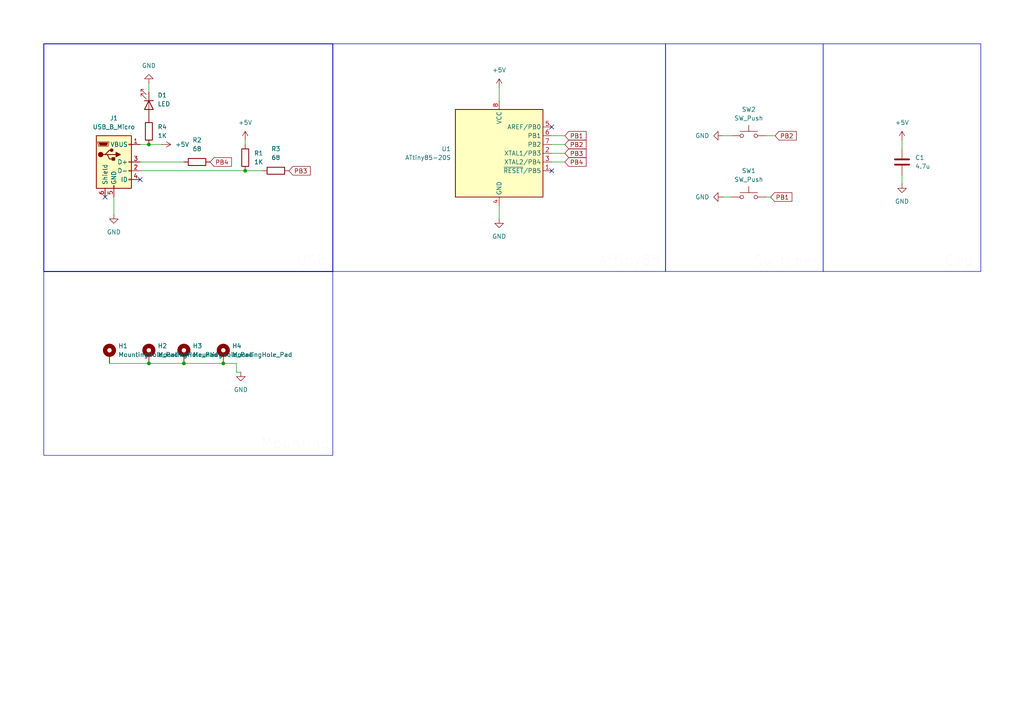
<source format=kicad_sch>
(kicad_sch
	(version 20231120)
	(generator "eeschema")
	(generator_version "8.0")
	(uuid "116ac104-907f-415d-86c1-95f34c7cc59c")
	(paper "A4")
	(title_block
		(title "DuoBoard")
		(date "2025-12-11")
		(company "Jannes W.")
	)
	(lib_symbols
		(symbol "Connector:USB_B_Micro"
			(pin_names
				(offset 1.016)
			)
			(exclude_from_sim no)
			(in_bom yes)
			(on_board yes)
			(property "Reference" "J"
				(at -5.08 11.43 0)
				(effects
					(font
						(size 1.27 1.27)
					)
					(justify left)
				)
			)
			(property "Value" "USB_B_Micro"
				(at -5.08 8.89 0)
				(effects
					(font
						(size 1.27 1.27)
					)
					(justify left)
				)
			)
			(property "Footprint" ""
				(at 3.81 -1.27 0)
				(effects
					(font
						(size 1.27 1.27)
					)
					(hide yes)
				)
			)
			(property "Datasheet" "~"
				(at 3.81 -1.27 0)
				(effects
					(font
						(size 1.27 1.27)
					)
					(hide yes)
				)
			)
			(property "Description" "USB Micro Type B connector"
				(at 0 0 0)
				(effects
					(font
						(size 1.27 1.27)
					)
					(hide yes)
				)
			)
			(property "ki_keywords" "connector USB micro"
				(at 0 0 0)
				(effects
					(font
						(size 1.27 1.27)
					)
					(hide yes)
				)
			)
			(property "ki_fp_filters" "USB*"
				(at 0 0 0)
				(effects
					(font
						(size 1.27 1.27)
					)
					(hide yes)
				)
			)
			(symbol "USB_B_Micro_0_1"
				(rectangle
					(start -5.08 -7.62)
					(end 5.08 7.62)
					(stroke
						(width 0.254)
						(type default)
					)
					(fill
						(type background)
					)
				)
				(circle
					(center -3.81 2.159)
					(radius 0.635)
					(stroke
						(width 0.254)
						(type default)
					)
					(fill
						(type outline)
					)
				)
				(circle
					(center -0.635 3.429)
					(radius 0.381)
					(stroke
						(width 0.254)
						(type default)
					)
					(fill
						(type outline)
					)
				)
				(rectangle
					(start -0.127 -7.62)
					(end 0.127 -6.858)
					(stroke
						(width 0)
						(type default)
					)
					(fill
						(type none)
					)
				)
				(polyline
					(pts
						(xy -1.905 2.159) (xy 0.635 2.159)
					)
					(stroke
						(width 0.254)
						(type default)
					)
					(fill
						(type none)
					)
				)
				(polyline
					(pts
						(xy -3.175 2.159) (xy -2.54 2.159) (xy -1.27 3.429) (xy -0.635 3.429)
					)
					(stroke
						(width 0.254)
						(type default)
					)
					(fill
						(type none)
					)
				)
				(polyline
					(pts
						(xy -2.54 2.159) (xy -1.905 2.159) (xy -1.27 0.889) (xy 0 0.889)
					)
					(stroke
						(width 0.254)
						(type default)
					)
					(fill
						(type none)
					)
				)
				(polyline
					(pts
						(xy 0.635 2.794) (xy 0.635 1.524) (xy 1.905 2.159) (xy 0.635 2.794)
					)
					(stroke
						(width 0.254)
						(type default)
					)
					(fill
						(type outline)
					)
				)
				(polyline
					(pts
						(xy -4.318 5.588) (xy -1.778 5.588) (xy -2.032 4.826) (xy -4.064 4.826) (xy -4.318 5.588)
					)
					(stroke
						(width 0)
						(type default)
					)
					(fill
						(type outline)
					)
				)
				(polyline
					(pts
						(xy -4.699 5.842) (xy -4.699 5.588) (xy -4.445 4.826) (xy -4.445 4.572) (xy -1.651 4.572) (xy -1.651 4.826)
						(xy -1.397 5.588) (xy -1.397 5.842) (xy -4.699 5.842)
					)
					(stroke
						(width 0)
						(type default)
					)
					(fill
						(type none)
					)
				)
				(rectangle
					(start 0.254 1.27)
					(end -0.508 0.508)
					(stroke
						(width 0.254)
						(type default)
					)
					(fill
						(type outline)
					)
				)
				(rectangle
					(start 5.08 -5.207)
					(end 4.318 -4.953)
					(stroke
						(width 0)
						(type default)
					)
					(fill
						(type none)
					)
				)
				(rectangle
					(start 5.08 -2.667)
					(end 4.318 -2.413)
					(stroke
						(width 0)
						(type default)
					)
					(fill
						(type none)
					)
				)
				(rectangle
					(start 5.08 -0.127)
					(end 4.318 0.127)
					(stroke
						(width 0)
						(type default)
					)
					(fill
						(type none)
					)
				)
				(rectangle
					(start 5.08 4.953)
					(end 4.318 5.207)
					(stroke
						(width 0)
						(type default)
					)
					(fill
						(type none)
					)
				)
			)
			(symbol "USB_B_Micro_1_1"
				(pin power_out line
					(at 7.62 5.08 180)
					(length 2.54)
					(name "VBUS"
						(effects
							(font
								(size 1.27 1.27)
							)
						)
					)
					(number "1"
						(effects
							(font
								(size 1.27 1.27)
							)
						)
					)
				)
				(pin bidirectional line
					(at 7.62 -2.54 180)
					(length 2.54)
					(name "D-"
						(effects
							(font
								(size 1.27 1.27)
							)
						)
					)
					(number "2"
						(effects
							(font
								(size 1.27 1.27)
							)
						)
					)
				)
				(pin bidirectional line
					(at 7.62 0 180)
					(length 2.54)
					(name "D+"
						(effects
							(font
								(size 1.27 1.27)
							)
						)
					)
					(number "3"
						(effects
							(font
								(size 1.27 1.27)
							)
						)
					)
				)
				(pin passive line
					(at 7.62 -5.08 180)
					(length 2.54)
					(name "ID"
						(effects
							(font
								(size 1.27 1.27)
							)
						)
					)
					(number "4"
						(effects
							(font
								(size 1.27 1.27)
							)
						)
					)
				)
				(pin power_out line
					(at 0 -10.16 90)
					(length 2.54)
					(name "GND"
						(effects
							(font
								(size 1.27 1.27)
							)
						)
					)
					(number "5"
						(effects
							(font
								(size 1.27 1.27)
							)
						)
					)
				)
				(pin passive line
					(at -2.54 -10.16 90)
					(length 2.54)
					(name "Shield"
						(effects
							(font
								(size 1.27 1.27)
							)
						)
					)
					(number "6"
						(effects
							(font
								(size 1.27 1.27)
							)
						)
					)
				)
			)
		)
		(symbol "Device:C"
			(pin_numbers hide)
			(pin_names
				(offset 0.254)
			)
			(exclude_from_sim no)
			(in_bom yes)
			(on_board yes)
			(property "Reference" "C"
				(at 0.635 2.54 0)
				(effects
					(font
						(size 1.27 1.27)
					)
					(justify left)
				)
			)
			(property "Value" "C"
				(at 0.635 -2.54 0)
				(effects
					(font
						(size 1.27 1.27)
					)
					(justify left)
				)
			)
			(property "Footprint" ""
				(at 0.9652 -3.81 0)
				(effects
					(font
						(size 1.27 1.27)
					)
					(hide yes)
				)
			)
			(property "Datasheet" "~"
				(at 0 0 0)
				(effects
					(font
						(size 1.27 1.27)
					)
					(hide yes)
				)
			)
			(property "Description" "Unpolarized capacitor"
				(at 0 0 0)
				(effects
					(font
						(size 1.27 1.27)
					)
					(hide yes)
				)
			)
			(property "ki_keywords" "cap capacitor"
				(at 0 0 0)
				(effects
					(font
						(size 1.27 1.27)
					)
					(hide yes)
				)
			)
			(property "ki_fp_filters" "C_*"
				(at 0 0 0)
				(effects
					(font
						(size 1.27 1.27)
					)
					(hide yes)
				)
			)
			(symbol "C_0_1"
				(polyline
					(pts
						(xy -2.032 -0.762) (xy 2.032 -0.762)
					)
					(stroke
						(width 0.508)
						(type default)
					)
					(fill
						(type none)
					)
				)
				(polyline
					(pts
						(xy -2.032 0.762) (xy 2.032 0.762)
					)
					(stroke
						(width 0.508)
						(type default)
					)
					(fill
						(type none)
					)
				)
			)
			(symbol "C_1_1"
				(pin passive line
					(at 0 3.81 270)
					(length 2.794)
					(name "~"
						(effects
							(font
								(size 1.27 1.27)
							)
						)
					)
					(number "1"
						(effects
							(font
								(size 1.27 1.27)
							)
						)
					)
				)
				(pin passive line
					(at 0 -3.81 90)
					(length 2.794)
					(name "~"
						(effects
							(font
								(size 1.27 1.27)
							)
						)
					)
					(number "2"
						(effects
							(font
								(size 1.27 1.27)
							)
						)
					)
				)
			)
		)
		(symbol "Device:LED"
			(pin_numbers hide)
			(pin_names
				(offset 1.016) hide)
			(exclude_from_sim no)
			(in_bom yes)
			(on_board yes)
			(property "Reference" "D"
				(at 0 2.54 0)
				(effects
					(font
						(size 1.27 1.27)
					)
				)
			)
			(property "Value" "LED"
				(at 0 -2.54 0)
				(effects
					(font
						(size 1.27 1.27)
					)
				)
			)
			(property "Footprint" ""
				(at 0 0 0)
				(effects
					(font
						(size 1.27 1.27)
					)
					(hide yes)
				)
			)
			(property "Datasheet" "~"
				(at 0 0 0)
				(effects
					(font
						(size 1.27 1.27)
					)
					(hide yes)
				)
			)
			(property "Description" "Light emitting diode"
				(at 0 0 0)
				(effects
					(font
						(size 1.27 1.27)
					)
					(hide yes)
				)
			)
			(property "ki_keywords" "LED diode"
				(at 0 0 0)
				(effects
					(font
						(size 1.27 1.27)
					)
					(hide yes)
				)
			)
			(property "ki_fp_filters" "LED* LED_SMD:* LED_THT:*"
				(at 0 0 0)
				(effects
					(font
						(size 1.27 1.27)
					)
					(hide yes)
				)
			)
			(symbol "LED_0_1"
				(polyline
					(pts
						(xy -1.27 -1.27) (xy -1.27 1.27)
					)
					(stroke
						(width 0.254)
						(type default)
					)
					(fill
						(type none)
					)
				)
				(polyline
					(pts
						(xy -1.27 0) (xy 1.27 0)
					)
					(stroke
						(width 0)
						(type default)
					)
					(fill
						(type none)
					)
				)
				(polyline
					(pts
						(xy 1.27 -1.27) (xy 1.27 1.27) (xy -1.27 0) (xy 1.27 -1.27)
					)
					(stroke
						(width 0.254)
						(type default)
					)
					(fill
						(type none)
					)
				)
				(polyline
					(pts
						(xy -3.048 -0.762) (xy -4.572 -2.286) (xy -3.81 -2.286) (xy -4.572 -2.286) (xy -4.572 -1.524)
					)
					(stroke
						(width 0)
						(type default)
					)
					(fill
						(type none)
					)
				)
				(polyline
					(pts
						(xy -1.778 -0.762) (xy -3.302 -2.286) (xy -2.54 -2.286) (xy -3.302 -2.286) (xy -3.302 -1.524)
					)
					(stroke
						(width 0)
						(type default)
					)
					(fill
						(type none)
					)
				)
			)
			(symbol "LED_1_1"
				(pin passive line
					(at -3.81 0 0)
					(length 2.54)
					(name "K"
						(effects
							(font
								(size 1.27 1.27)
							)
						)
					)
					(number "1"
						(effects
							(font
								(size 1.27 1.27)
							)
						)
					)
				)
				(pin passive line
					(at 3.81 0 180)
					(length 2.54)
					(name "A"
						(effects
							(font
								(size 1.27 1.27)
							)
						)
					)
					(number "2"
						(effects
							(font
								(size 1.27 1.27)
							)
						)
					)
				)
			)
		)
		(symbol "Device:R"
			(pin_numbers hide)
			(pin_names
				(offset 0)
			)
			(exclude_from_sim no)
			(in_bom yes)
			(on_board yes)
			(property "Reference" "R"
				(at 2.032 0 90)
				(effects
					(font
						(size 1.27 1.27)
					)
				)
			)
			(property "Value" "R"
				(at 0 0 90)
				(effects
					(font
						(size 1.27 1.27)
					)
				)
			)
			(property "Footprint" ""
				(at -1.778 0 90)
				(effects
					(font
						(size 1.27 1.27)
					)
					(hide yes)
				)
			)
			(property "Datasheet" "~"
				(at 0 0 0)
				(effects
					(font
						(size 1.27 1.27)
					)
					(hide yes)
				)
			)
			(property "Description" "Resistor"
				(at 0 0 0)
				(effects
					(font
						(size 1.27 1.27)
					)
					(hide yes)
				)
			)
			(property "ki_keywords" "R res resistor"
				(at 0 0 0)
				(effects
					(font
						(size 1.27 1.27)
					)
					(hide yes)
				)
			)
			(property "ki_fp_filters" "R_*"
				(at 0 0 0)
				(effects
					(font
						(size 1.27 1.27)
					)
					(hide yes)
				)
			)
			(symbol "R_0_1"
				(rectangle
					(start -1.016 -2.54)
					(end 1.016 2.54)
					(stroke
						(width 0.254)
						(type default)
					)
					(fill
						(type none)
					)
				)
			)
			(symbol "R_1_1"
				(pin passive line
					(at 0 3.81 270)
					(length 1.27)
					(name "~"
						(effects
							(font
								(size 1.27 1.27)
							)
						)
					)
					(number "1"
						(effects
							(font
								(size 1.27 1.27)
							)
						)
					)
				)
				(pin passive line
					(at 0 -3.81 90)
					(length 1.27)
					(name "~"
						(effects
							(font
								(size 1.27 1.27)
							)
						)
					)
					(number "2"
						(effects
							(font
								(size 1.27 1.27)
							)
						)
					)
				)
			)
		)
		(symbol "MCU_Microchip_ATtiny:ATtiny85-20S"
			(exclude_from_sim no)
			(in_bom yes)
			(on_board yes)
			(property "Reference" "U"
				(at -12.7 13.97 0)
				(effects
					(font
						(size 1.27 1.27)
					)
					(justify left bottom)
				)
			)
			(property "Value" "ATtiny85-20S"
				(at 2.54 -13.97 0)
				(effects
					(font
						(size 1.27 1.27)
					)
					(justify left top)
				)
			)
			(property "Footprint" "Package_SO:SOIC-8W_5.3x5.3mm_P1.27mm"
				(at 0 0 0)
				(effects
					(font
						(size 1.27 1.27)
						(italic yes)
					)
					(hide yes)
				)
			)
			(property "Datasheet" "http://ww1.microchip.com/downloads/en/DeviceDoc/atmel-2586-avr-8-bit-microcontroller-attiny25-attiny45-attiny85_datasheet.pdf"
				(at 0 0 0)
				(effects
					(font
						(size 1.27 1.27)
					)
					(hide yes)
				)
			)
			(property "Description" "20MHz, 8kB Flash, 512B SRAM, 512B EEPROM, debugWIRE, SOIC-8W"
				(at 0 0 0)
				(effects
					(font
						(size 1.27 1.27)
					)
					(hide yes)
				)
			)
			(property "ki_keywords" "AVR 8bit Microcontroller tinyAVR"
				(at 0 0 0)
				(effects
					(font
						(size 1.27 1.27)
					)
					(hide yes)
				)
			)
			(property "ki_fp_filters" "SOIC*5.3x5.3mm*P1.27mm*"
				(at 0 0 0)
				(effects
					(font
						(size 1.27 1.27)
					)
					(hide yes)
				)
			)
			(symbol "ATtiny85-20S_0_1"
				(rectangle
					(start -12.7 -12.7)
					(end 12.7 12.7)
					(stroke
						(width 0.254)
						(type default)
					)
					(fill
						(type background)
					)
				)
			)
			(symbol "ATtiny85-20S_1_1"
				(pin bidirectional line
					(at 15.24 -5.08 180)
					(length 2.54)
					(name "~{RESET}/PB5"
						(effects
							(font
								(size 1.27 1.27)
							)
						)
					)
					(number "1"
						(effects
							(font
								(size 1.27 1.27)
							)
						)
					)
				)
				(pin bidirectional line
					(at 15.24 0 180)
					(length 2.54)
					(name "XTAL1/PB3"
						(effects
							(font
								(size 1.27 1.27)
							)
						)
					)
					(number "2"
						(effects
							(font
								(size 1.27 1.27)
							)
						)
					)
				)
				(pin bidirectional line
					(at 15.24 -2.54 180)
					(length 2.54)
					(name "XTAL2/PB4"
						(effects
							(font
								(size 1.27 1.27)
							)
						)
					)
					(number "3"
						(effects
							(font
								(size 1.27 1.27)
							)
						)
					)
				)
				(pin power_in line
					(at 0 -15.24 90)
					(length 2.54)
					(name "GND"
						(effects
							(font
								(size 1.27 1.27)
							)
						)
					)
					(number "4"
						(effects
							(font
								(size 1.27 1.27)
							)
						)
					)
				)
				(pin bidirectional line
					(at 15.24 7.62 180)
					(length 2.54)
					(name "AREF/PB0"
						(effects
							(font
								(size 1.27 1.27)
							)
						)
					)
					(number "5"
						(effects
							(font
								(size 1.27 1.27)
							)
						)
					)
				)
				(pin bidirectional line
					(at 15.24 5.08 180)
					(length 2.54)
					(name "PB1"
						(effects
							(font
								(size 1.27 1.27)
							)
						)
					)
					(number "6"
						(effects
							(font
								(size 1.27 1.27)
							)
						)
					)
				)
				(pin bidirectional line
					(at 15.24 2.54 180)
					(length 2.54)
					(name "PB2"
						(effects
							(font
								(size 1.27 1.27)
							)
						)
					)
					(number "7"
						(effects
							(font
								(size 1.27 1.27)
							)
						)
					)
				)
				(pin power_in line
					(at 0 15.24 270)
					(length 2.54)
					(name "VCC"
						(effects
							(font
								(size 1.27 1.27)
							)
						)
					)
					(number "8"
						(effects
							(font
								(size 1.27 1.27)
							)
						)
					)
				)
			)
		)
		(symbol "Mechanical:MountingHole_Pad"
			(pin_numbers hide)
			(pin_names
				(offset 1.016) hide)
			(exclude_from_sim yes)
			(in_bom no)
			(on_board yes)
			(property "Reference" "H"
				(at 0 6.35 0)
				(effects
					(font
						(size 1.27 1.27)
					)
				)
			)
			(property "Value" "MountingHole_Pad"
				(at 0 4.445 0)
				(effects
					(font
						(size 1.27 1.27)
					)
				)
			)
			(property "Footprint" ""
				(at 0 0 0)
				(effects
					(font
						(size 1.27 1.27)
					)
					(hide yes)
				)
			)
			(property "Datasheet" "~"
				(at 0 0 0)
				(effects
					(font
						(size 1.27 1.27)
					)
					(hide yes)
				)
			)
			(property "Description" "Mounting Hole with connection"
				(at 0 0 0)
				(effects
					(font
						(size 1.27 1.27)
					)
					(hide yes)
				)
			)
			(property "ki_keywords" "mounting hole"
				(at 0 0 0)
				(effects
					(font
						(size 1.27 1.27)
					)
					(hide yes)
				)
			)
			(property "ki_fp_filters" "MountingHole*Pad*"
				(at 0 0 0)
				(effects
					(font
						(size 1.27 1.27)
					)
					(hide yes)
				)
			)
			(symbol "MountingHole_Pad_0_1"
				(circle
					(center 0 1.27)
					(radius 1.27)
					(stroke
						(width 1.27)
						(type default)
					)
					(fill
						(type none)
					)
				)
			)
			(symbol "MountingHole_Pad_1_1"
				(pin input line
					(at 0 -2.54 90)
					(length 2.54)
					(name "1"
						(effects
							(font
								(size 1.27 1.27)
							)
						)
					)
					(number "1"
						(effects
							(font
								(size 1.27 1.27)
							)
						)
					)
				)
			)
		)
		(symbol "Switch:SW_Push"
			(pin_numbers hide)
			(pin_names
				(offset 1.016) hide)
			(exclude_from_sim no)
			(in_bom yes)
			(on_board yes)
			(property "Reference" "SW"
				(at 1.27 2.54 0)
				(effects
					(font
						(size 1.27 1.27)
					)
					(justify left)
				)
			)
			(property "Value" "SW_Push"
				(at 0 -1.524 0)
				(effects
					(font
						(size 1.27 1.27)
					)
				)
			)
			(property "Footprint" ""
				(at 0 5.08 0)
				(effects
					(font
						(size 1.27 1.27)
					)
					(hide yes)
				)
			)
			(property "Datasheet" "~"
				(at 0 5.08 0)
				(effects
					(font
						(size 1.27 1.27)
					)
					(hide yes)
				)
			)
			(property "Description" "Push button switch, generic, two pins"
				(at 0 0 0)
				(effects
					(font
						(size 1.27 1.27)
					)
					(hide yes)
				)
			)
			(property "ki_keywords" "switch normally-open pushbutton push-button"
				(at 0 0 0)
				(effects
					(font
						(size 1.27 1.27)
					)
					(hide yes)
				)
			)
			(symbol "SW_Push_0_1"
				(circle
					(center -2.032 0)
					(radius 0.508)
					(stroke
						(width 0)
						(type default)
					)
					(fill
						(type none)
					)
				)
				(polyline
					(pts
						(xy 0 1.27) (xy 0 3.048)
					)
					(stroke
						(width 0)
						(type default)
					)
					(fill
						(type none)
					)
				)
				(polyline
					(pts
						(xy 2.54 1.27) (xy -2.54 1.27)
					)
					(stroke
						(width 0)
						(type default)
					)
					(fill
						(type none)
					)
				)
				(circle
					(center 2.032 0)
					(radius 0.508)
					(stroke
						(width 0)
						(type default)
					)
					(fill
						(type none)
					)
				)
				(pin passive line
					(at -5.08 0 0)
					(length 2.54)
					(name "1"
						(effects
							(font
								(size 1.27 1.27)
							)
						)
					)
					(number "1"
						(effects
							(font
								(size 1.27 1.27)
							)
						)
					)
				)
				(pin passive line
					(at 5.08 0 180)
					(length 2.54)
					(name "2"
						(effects
							(font
								(size 1.27 1.27)
							)
						)
					)
					(number "2"
						(effects
							(font
								(size 1.27 1.27)
							)
						)
					)
				)
			)
		)
		(symbol "power:+5V"
			(power)
			(pin_numbers hide)
			(pin_names
				(offset 0) hide)
			(exclude_from_sim no)
			(in_bom yes)
			(on_board yes)
			(property "Reference" "#PWR"
				(at 0 -3.81 0)
				(effects
					(font
						(size 1.27 1.27)
					)
					(hide yes)
				)
			)
			(property "Value" "+5V"
				(at 0 3.556 0)
				(effects
					(font
						(size 1.27 1.27)
					)
				)
			)
			(property "Footprint" ""
				(at 0 0 0)
				(effects
					(font
						(size 1.27 1.27)
					)
					(hide yes)
				)
			)
			(property "Datasheet" ""
				(at 0 0 0)
				(effects
					(font
						(size 1.27 1.27)
					)
					(hide yes)
				)
			)
			(property "Description" "Power symbol creates a global label with name \"+5V\""
				(at 0 0 0)
				(effects
					(font
						(size 1.27 1.27)
					)
					(hide yes)
				)
			)
			(property "ki_keywords" "global power"
				(at 0 0 0)
				(effects
					(font
						(size 1.27 1.27)
					)
					(hide yes)
				)
			)
			(symbol "+5V_0_1"
				(polyline
					(pts
						(xy -0.762 1.27) (xy 0 2.54)
					)
					(stroke
						(width 0)
						(type default)
					)
					(fill
						(type none)
					)
				)
				(polyline
					(pts
						(xy 0 0) (xy 0 2.54)
					)
					(stroke
						(width 0)
						(type default)
					)
					(fill
						(type none)
					)
				)
				(polyline
					(pts
						(xy 0 2.54) (xy 0.762 1.27)
					)
					(stroke
						(width 0)
						(type default)
					)
					(fill
						(type none)
					)
				)
			)
			(symbol "+5V_1_1"
				(pin power_in line
					(at 0 0 90)
					(length 0)
					(name "~"
						(effects
							(font
								(size 1.27 1.27)
							)
						)
					)
					(number "1"
						(effects
							(font
								(size 1.27 1.27)
							)
						)
					)
				)
			)
		)
		(symbol "power:GND"
			(power)
			(pin_numbers hide)
			(pin_names
				(offset 0) hide)
			(exclude_from_sim no)
			(in_bom yes)
			(on_board yes)
			(property "Reference" "#PWR"
				(at 0 -6.35 0)
				(effects
					(font
						(size 1.27 1.27)
					)
					(hide yes)
				)
			)
			(property "Value" "GND"
				(at 0 -3.81 0)
				(effects
					(font
						(size 1.27 1.27)
					)
				)
			)
			(property "Footprint" ""
				(at 0 0 0)
				(effects
					(font
						(size 1.27 1.27)
					)
					(hide yes)
				)
			)
			(property "Datasheet" ""
				(at 0 0 0)
				(effects
					(font
						(size 1.27 1.27)
					)
					(hide yes)
				)
			)
			(property "Description" "Power symbol creates a global label with name \"GND\" , ground"
				(at 0 0 0)
				(effects
					(font
						(size 1.27 1.27)
					)
					(hide yes)
				)
			)
			(property "ki_keywords" "global power"
				(at 0 0 0)
				(effects
					(font
						(size 1.27 1.27)
					)
					(hide yes)
				)
			)
			(symbol "GND_0_1"
				(polyline
					(pts
						(xy 0 0) (xy 0 -1.27) (xy 1.27 -1.27) (xy 0 -2.54) (xy -1.27 -1.27) (xy 0 -1.27)
					)
					(stroke
						(width 0)
						(type default)
					)
					(fill
						(type none)
					)
				)
			)
			(symbol "GND_1_1"
				(pin power_in line
					(at 0 0 270)
					(length 0)
					(name "~"
						(effects
							(font
								(size 1.27 1.27)
							)
						)
					)
					(number "1"
						(effects
							(font
								(size 1.27 1.27)
							)
						)
					)
				)
			)
		)
	)
	(junction
		(at 43.18 105.41)
		(diameter 0)
		(color 0 0 0 0)
		(uuid "1b612bce-080a-4a72-a247-4acc2d3d0e01")
	)
	(junction
		(at 43.18 41.91)
		(diameter 0)
		(color 0 0 0 0)
		(uuid "4d0403f9-d66c-4301-8952-d9367483477d")
	)
	(junction
		(at 53.34 105.41)
		(diameter 0)
		(color 0 0 0 0)
		(uuid "b2012aca-f12e-4189-bc84-0eac1d9efc27")
	)
	(junction
		(at 71.12 49.53)
		(diameter 0)
		(color 0 0 0 0)
		(uuid "beb6f3dc-3e39-47ed-93dd-4b155e11ba06")
	)
	(junction
		(at 64.77 105.41)
		(diameter 0)
		(color 0 0 0 0)
		(uuid "c29c2c68-9aca-4ba0-aaa1-f981a78571ac")
	)
	(no_connect
		(at 30.48 57.15)
		(uuid "13441496-7ffd-4155-885b-1fa802f1ba9e")
	)
	(no_connect
		(at 160.02 49.53)
		(uuid "6456528d-4493-425f-8612-8fdd6cf1e3de")
	)
	(no_connect
		(at 40.64 52.07)
		(uuid "83e56adc-9b24-482a-8696-74fe05d2e430")
	)
	(no_connect
		(at 160.02 36.83)
		(uuid "85c736ea-b6dc-437d-9979-97218280fd82")
	)
	(wire
		(pts
			(xy 144.78 63.5) (xy 144.78 59.69)
		)
		(stroke
			(width 0)
			(type default)
		)
		(uuid "03164885-2ae6-4523-86a8-e7a12adc7aa3")
	)
	(wire
		(pts
			(xy 71.12 49.53) (xy 76.2 49.53)
		)
		(stroke
			(width 0)
			(type default)
		)
		(uuid "03eb1d01-bafa-437b-b386-f84409fcd14c")
	)
	(wire
		(pts
			(xy 163.83 41.91) (xy 160.02 41.91)
		)
		(stroke
			(width 0)
			(type default)
		)
		(uuid "1740be02-45e0-423a-9183-23592077eb53")
	)
	(wire
		(pts
			(xy 209.55 39.37) (xy 212.09 39.37)
		)
		(stroke
			(width 0)
			(type default)
		)
		(uuid "17fdc95a-2ea6-408d-a391-fe58b130b1ed")
	)
	(wire
		(pts
			(xy 163.83 39.37) (xy 160.02 39.37)
		)
		(stroke
			(width 0)
			(type default)
		)
		(uuid "2c89ffaf-ff54-40f5-acca-c1df6cac97b6")
	)
	(wire
		(pts
			(xy 43.18 41.91) (xy 46.99 41.91)
		)
		(stroke
			(width 0)
			(type default)
		)
		(uuid "5148cd95-1507-4ec3-a83a-d63987684854")
	)
	(wire
		(pts
			(xy 261.62 53.34) (xy 261.62 50.8)
		)
		(stroke
			(width 0)
			(type default)
		)
		(uuid "56148d45-d588-4e2f-afdb-f6ae5d664b6c")
	)
	(wire
		(pts
			(xy 53.34 105.41) (xy 64.77 105.41)
		)
		(stroke
			(width 0)
			(type default)
		)
		(uuid "57bacd20-1e48-4323-af86-0edbca871997")
	)
	(wire
		(pts
			(xy 71.12 40.64) (xy 71.12 41.91)
		)
		(stroke
			(width 0)
			(type default)
		)
		(uuid "5eb325e4-6abe-444b-bb04-0d7ba64b319d")
	)
	(wire
		(pts
			(xy 43.18 105.41) (xy 53.34 105.41)
		)
		(stroke
			(width 0)
			(type default)
		)
		(uuid "64aceb4a-d71f-44e8-b708-75139a488b9d")
	)
	(wire
		(pts
			(xy 33.02 57.15) (xy 33.02 62.23)
		)
		(stroke
			(width 0)
			(type default)
		)
		(uuid "68a22147-8b18-446d-95d7-636e67d2a6a7")
	)
	(wire
		(pts
			(xy 43.18 24.13) (xy 43.18 26.67)
		)
		(stroke
			(width 0)
			(type default)
		)
		(uuid "6e53b384-e86d-49c2-a495-851dd0da2bcd")
	)
	(wire
		(pts
			(xy 209.55 57.15) (xy 212.09 57.15)
		)
		(stroke
			(width 0)
			(type default)
		)
		(uuid "7388f5e8-df4b-4b05-9880-f4269d8b8ee6")
	)
	(wire
		(pts
			(xy 68.58 105.41) (xy 64.77 105.41)
		)
		(stroke
			(width 0)
			(type default)
		)
		(uuid "8c631845-84f6-47bf-b64d-509fc1003953")
	)
	(wire
		(pts
			(xy 144.78 25.4) (xy 144.78 29.21)
		)
		(stroke
			(width 0)
			(type default)
		)
		(uuid "9772fc99-386c-4718-8af0-5d01e5e25bdd")
	)
	(wire
		(pts
			(xy 163.83 46.99) (xy 160.02 46.99)
		)
		(stroke
			(width 0)
			(type default)
		)
		(uuid "988e2f3b-f42b-4047-9a6c-308b671ab79d")
	)
	(wire
		(pts
			(xy 68.58 107.95) (xy 69.85 107.95)
		)
		(stroke
			(width 0)
			(type default)
		)
		(uuid "9edd52fb-3fbb-496c-a548-dfd2cbde5930")
	)
	(wire
		(pts
			(xy 53.34 46.99) (xy 40.64 46.99)
		)
		(stroke
			(width 0)
			(type default)
		)
		(uuid "a6d93489-bf12-4442-9470-311e2be4abb2")
	)
	(wire
		(pts
			(xy 223.52 57.15) (xy 222.25 57.15)
		)
		(stroke
			(width 0)
			(type default)
		)
		(uuid "b1bc5678-99a7-4fa0-9325-b9894cfc3164")
	)
	(wire
		(pts
			(xy 68.58 107.95) (xy 68.58 105.41)
		)
		(stroke
			(width 0)
			(type default)
		)
		(uuid "bbb39533-65c1-4541-9b34-d9b163fb8f68")
	)
	(wire
		(pts
			(xy 31.75 105.41) (xy 43.18 105.41)
		)
		(stroke
			(width 0)
			(type default)
		)
		(uuid "c14eac47-b5e9-4b3a-99b4-27a9db4f9012")
	)
	(wire
		(pts
			(xy 40.64 49.53) (xy 71.12 49.53)
		)
		(stroke
			(width 0)
			(type default)
		)
		(uuid "d304db99-1bb1-43c4-8183-09046ef3d013")
	)
	(wire
		(pts
			(xy 40.64 41.91) (xy 43.18 41.91)
		)
		(stroke
			(width 0)
			(type default)
		)
		(uuid "d33dd390-d53e-4890-bddf-5692ee9afc86")
	)
	(wire
		(pts
			(xy 261.62 40.64) (xy 261.62 43.18)
		)
		(stroke
			(width 0)
			(type default)
		)
		(uuid "e8c7a118-e1c9-4683-afed-b58d5aa91c55")
	)
	(wire
		(pts
			(xy 163.83 44.45) (xy 160.02 44.45)
		)
		(stroke
			(width 0)
			(type default)
		)
		(uuid "f7d3b991-f172-4e35-b8d0-c7354a970851")
	)
	(wire
		(pts
			(xy 224.79 39.37) (xy 222.25 39.37)
		)
		(stroke
			(width 0)
			(type default)
		)
		(uuid "fec765df-c6c8-4350-9e15-1ea4bf5f6a6b")
	)
	(rectangle
		(start 193.04 12.7)
		(end 238.76 78.74)
		(stroke
			(width 0)
			(type default)
		)
		(fill
			(type none)
		)
		(uuid 43a7f8cf-d6fe-4d9f-ad8d-ebfa421460e4)
	)
	(rectangle
		(start 238.76 12.7)
		(end 284.48 78.74)
		(stroke
			(width 0)
			(type default)
		)
		(fill
			(type none)
		)
		(uuid 49ae328d-e0c1-457c-8dfb-e01ae5f35224)
	)
	(rectangle
		(start 96.52 12.7)
		(end 193.04 78.74)
		(stroke
			(width 0)
			(type default)
		)
		(fill
			(type none)
		)
		(uuid 55525603-9f86-45d4-a8ca-f836e56f35ba)
	)
	(rectangle
		(start 12.7 12.7)
		(end 96.52 78.74)
		(stroke
			(width 0.25)
			(type default)
		)
		(fill
			(type none)
		)
		(uuid a6ee4d1a-abb1-4084-b06f-e40387672c05)
	)
	(rectangle
		(start 12.7 78.74)
		(end 96.52 132.08)
		(stroke
			(width 0)
			(type default)
		)
		(fill
			(type none)
		)
		(uuid b2c7beef-9ad9-4a6b-80e4-fe35494a7c01)
	)
	(text "USB"
		(exclude_from_sim no)
		(at 90.424 75.692 0)
		(effects
			(font
				(size 3 3)
				(color 248 245 255 1)
			)
		)
		(uuid "36f1eb67-0c0b-4851-a410-5835a3c55258")
	)
	(text "Attiny85\n"
		(exclude_from_sim no)
		(at 182.626 75.692 0)
		(effects
			(font
				(size 3 3)
				(color 248 245 255 1)
			)
		)
		(uuid "5544c52d-8d91-47c7-a477-66e3f4f69c26")
	)
	(text "Switches\n"
		(exclude_from_sim no)
		(at 228.346 75.946 0)
		(effects
			(font
				(size 3 3)
				(color 248 245 255 1)
			)
		)
		(uuid "6d99344b-c94f-4eb8-894e-72e139b747db")
	)
	(text "Cap\n"
		(exclude_from_sim no)
		(at 278.13 75.692 0)
		(effects
			(font
				(size 3 3)
				(color 248 245 255 1)
			)
		)
		(uuid "a550ca2e-eed5-4950-8186-b7219341facf")
	)
	(text "Mounting \n"
		(exclude_from_sim no)
		(at 86.868 128.778 0)
		(effects
			(font
				(size 3 3)
				(color 248 245 255 1)
			)
		)
		(uuid "fd6cb551-99fa-4a10-83cc-3f40872cc102")
	)
	(global_label "PB2"
		(shape input)
		(at 224.79 39.37 0)
		(fields_autoplaced yes)
		(effects
			(font
				(size 1.27 1.27)
			)
			(justify left)
		)
		(uuid "11808c82-3a4e-49f2-ba34-cbe3acbd16e4")
		(property "Intersheetrefs" "${INTERSHEET_REFS}"
			(at 231.5247 39.37 0)
			(effects
				(font
					(size 1.27 1.27)
				)
				(justify left)
				(hide yes)
			)
		)
	)
	(global_label "PB3"
		(shape input)
		(at 163.83 44.45 0)
		(fields_autoplaced yes)
		(effects
			(font
				(size 1.27 1.27)
			)
			(justify left)
		)
		(uuid "12bb72ab-d338-4d8f-9cc3-e1be5bc60908")
		(property "Intersheetrefs" "${INTERSHEET_REFS}"
			(at 170.5647 44.45 0)
			(effects
				(font
					(size 1.27 1.27)
				)
				(justify left)
				(hide yes)
			)
		)
	)
	(global_label "PB2"
		(shape input)
		(at 163.83 41.91 0)
		(fields_autoplaced yes)
		(effects
			(font
				(size 1.27 1.27)
			)
			(justify left)
		)
		(uuid "5a6defca-483d-465d-8e8e-7d6b5334aca0")
		(property "Intersheetrefs" "${INTERSHEET_REFS}"
			(at 170.5647 41.91 0)
			(effects
				(font
					(size 1.27 1.27)
				)
				(justify left)
				(hide yes)
			)
		)
	)
	(global_label "PB1"
		(shape input)
		(at 223.52 57.15 0)
		(fields_autoplaced yes)
		(effects
			(font
				(size 1.27 1.27)
			)
			(justify left)
		)
		(uuid "6685ccdf-25ad-4850-982d-9bf40636bf95")
		(property "Intersheetrefs" "${INTERSHEET_REFS}"
			(at 230.2547 57.15 0)
			(effects
				(font
					(size 1.27 1.27)
				)
				(justify left)
				(hide yes)
			)
		)
	)
	(global_label "PB4"
		(shape input)
		(at 60.96 46.99 0)
		(fields_autoplaced yes)
		(effects
			(font
				(size 1.27 1.27)
			)
			(justify left)
		)
		(uuid "6a1994eb-dc3a-4e2a-8ea9-978222c614e5")
		(property "Intersheetrefs" "${INTERSHEET_REFS}"
			(at 67.6947 46.99 0)
			(effects
				(font
					(size 1.27 1.27)
				)
				(justify left)
				(hide yes)
			)
		)
	)
	(global_label "PB4"
		(shape input)
		(at 163.83 46.99 0)
		(fields_autoplaced yes)
		(effects
			(font
				(size 1.27 1.27)
			)
			(justify left)
		)
		(uuid "8b5f2b08-9b54-4cd3-9674-8186db2fa5ad")
		(property "Intersheetrefs" "${INTERSHEET_REFS}"
			(at 170.5647 46.99 0)
			(effects
				(font
					(size 1.27 1.27)
				)
				(justify left)
				(hide yes)
			)
		)
	)
	(global_label "PB1"
		(shape input)
		(at 163.83 39.37 0)
		(fields_autoplaced yes)
		(effects
			(font
				(size 1.27 1.27)
			)
			(justify left)
		)
		(uuid "9482533a-15d6-4c1f-af91-99213f076001")
		(property "Intersheetrefs" "${INTERSHEET_REFS}"
			(at 170.5647 39.37 0)
			(effects
				(font
					(size 1.27 1.27)
				)
				(justify left)
				(hide yes)
			)
		)
	)
	(global_label "PB3"
		(shape input)
		(at 83.82 49.53 0)
		(fields_autoplaced yes)
		(effects
			(font
				(size 1.27 1.27)
			)
			(justify left)
		)
		(uuid "cbacec9e-82a2-4099-998a-9c020391817a")
		(property "Intersheetrefs" "${INTERSHEET_REFS}"
			(at 90.5547 49.53 0)
			(effects
				(font
					(size 1.27 1.27)
				)
				(justify left)
				(hide yes)
			)
		)
	)
	(symbol
		(lib_id "power:GND")
		(at 209.55 57.15 270)
		(unit 1)
		(exclude_from_sim no)
		(in_bom yes)
		(on_board yes)
		(dnp no)
		(fields_autoplaced yes)
		(uuid "0517a723-d780-4314-a3b8-2d1e638fc430")
		(property "Reference" "#PWR08"
			(at 203.2 57.15 0)
			(effects
				(font
					(size 1.27 1.27)
				)
				(hide yes)
			)
		)
		(property "Value" "GND"
			(at 205.74 57.1499 90)
			(effects
				(font
					(size 1.27 1.27)
				)
				(justify right)
			)
		)
		(property "Footprint" ""
			(at 209.55 57.15 0)
			(effects
				(font
					(size 1.27 1.27)
				)
				(hide yes)
			)
		)
		(property "Datasheet" ""
			(at 209.55 57.15 0)
			(effects
				(font
					(size 1.27 1.27)
				)
				(hide yes)
			)
		)
		(property "Description" "Power symbol creates a global label with name \"GND\" , ground"
			(at 209.55 57.15 0)
			(effects
				(font
					(size 1.27 1.27)
				)
				(hide yes)
			)
		)
		(pin "1"
			(uuid "e0a86dd2-4275-4622-895f-be68e5eb565b")
		)
		(instances
			(project "DuoBoard"
				(path "/116ac104-907f-415d-86c1-95f34c7cc59c"
					(reference "#PWR08")
					(unit 1)
				)
			)
		)
	)
	(symbol
		(lib_id "Mechanical:MountingHole_Pad")
		(at 64.77 102.87 0)
		(unit 1)
		(exclude_from_sim yes)
		(in_bom no)
		(on_board yes)
		(dnp no)
		(fields_autoplaced yes)
		(uuid "16766718-e92e-47f8-8584-811112112566")
		(property "Reference" "H4"
			(at 67.31 100.3299 0)
			(effects
				(font
					(size 1.27 1.27)
				)
				(justify left)
			)
		)
		(property "Value" "MountingHole_Pad"
			(at 67.31 102.8699 0)
			(effects
				(font
					(size 1.27 1.27)
				)
				(justify left)
			)
		)
		(property "Footprint" "MountingHole:MountingHole_2.2mm_M2_DIN965_Pad"
			(at 64.77 102.87 0)
			(effects
				(font
					(size 1.27 1.27)
				)
				(hide yes)
			)
		)
		(property "Datasheet" "~"
			(at 64.77 102.87 0)
			(effects
				(font
					(size 1.27 1.27)
				)
				(hide yes)
			)
		)
		(property "Description" "Mounting Hole with connection"
			(at 64.77 102.87 0)
			(effects
				(font
					(size 1.27 1.27)
				)
				(hide yes)
			)
		)
		(pin "1"
			(uuid "7dca2e51-a723-425c-b4af-28067bb1c37b")
		)
		(instances
			(project ""
				(path "/116ac104-907f-415d-86c1-95f34c7cc59c"
					(reference "H4")
					(unit 1)
				)
			)
		)
	)
	(symbol
		(lib_id "power:GND")
		(at 33.02 62.23 0)
		(unit 1)
		(exclude_from_sim no)
		(in_bom yes)
		(on_board yes)
		(dnp no)
		(fields_autoplaced yes)
		(uuid "1891992a-9e0b-447f-ae6e-1be515a8aab9")
		(property "Reference" "#PWR02"
			(at 33.02 68.58 0)
			(effects
				(font
					(size 1.27 1.27)
				)
				(hide yes)
			)
		)
		(property "Value" "GND"
			(at 33.02 67.31 0)
			(effects
				(font
					(size 1.27 1.27)
				)
			)
		)
		(property "Footprint" ""
			(at 33.02 62.23 0)
			(effects
				(font
					(size 1.27 1.27)
				)
				(hide yes)
			)
		)
		(property "Datasheet" ""
			(at 33.02 62.23 0)
			(effects
				(font
					(size 1.27 1.27)
				)
				(hide yes)
			)
		)
		(property "Description" "Power symbol creates a global label with name \"GND\" , ground"
			(at 33.02 62.23 0)
			(effects
				(font
					(size 1.27 1.27)
				)
				(hide yes)
			)
		)
		(pin "1"
			(uuid "83497df8-e3d5-43fc-ba79-a575fdb846c8")
		)
		(instances
			(project ""
				(path "/116ac104-907f-415d-86c1-95f34c7cc59c"
					(reference "#PWR02")
					(unit 1)
				)
			)
		)
	)
	(symbol
		(lib_id "power:GND")
		(at 209.55 39.37 270)
		(unit 1)
		(exclude_from_sim no)
		(in_bom yes)
		(on_board yes)
		(dnp no)
		(fields_autoplaced yes)
		(uuid "19c832cd-f18f-434e-8101-389d1c5464c5")
		(property "Reference" "#PWR07"
			(at 203.2 39.37 0)
			(effects
				(font
					(size 1.27 1.27)
				)
				(hide yes)
			)
		)
		(property "Value" "GND"
			(at 205.74 39.3699 90)
			(effects
				(font
					(size 1.27 1.27)
				)
				(justify right)
			)
		)
		(property "Footprint" ""
			(at 209.55 39.37 0)
			(effects
				(font
					(size 1.27 1.27)
				)
				(hide yes)
			)
		)
		(property "Datasheet" ""
			(at 209.55 39.37 0)
			(effects
				(font
					(size 1.27 1.27)
				)
				(hide yes)
			)
		)
		(property "Description" "Power symbol creates a global label with name \"GND\" , ground"
			(at 209.55 39.37 0)
			(effects
				(font
					(size 1.27 1.27)
				)
				(hide yes)
			)
		)
		(pin "1"
			(uuid "6d9c1f9e-339c-4879-899b-43d9ba84418c")
		)
		(instances
			(project ""
				(path "/116ac104-907f-415d-86c1-95f34c7cc59c"
					(reference "#PWR07")
					(unit 1)
				)
			)
		)
	)
	(symbol
		(lib_id "Device:R")
		(at 57.15 46.99 90)
		(unit 1)
		(exclude_from_sim no)
		(in_bom yes)
		(on_board yes)
		(dnp no)
		(uuid "207e39eb-e81a-4a62-9b07-a1c20c287ed1")
		(property "Reference" "R2"
			(at 57.15 40.64 90)
			(effects
				(font
					(size 1.27 1.27)
				)
			)
		)
		(property "Value" "68"
			(at 57.15 43.18 90)
			(effects
				(font
					(size 1.27 1.27)
				)
			)
		)
		(property "Footprint" "Resistor_SMD:R_0201_0603Metric_Pad0.64x0.40mm_HandSolder"
			(at 57.15 48.768 90)
			(effects
				(font
					(size 1.27 1.27)
				)
				(hide yes)
			)
		)
		(property "Datasheet" "~"
			(at 57.15 46.99 0)
			(effects
				(font
					(size 1.27 1.27)
				)
				(hide yes)
			)
		)
		(property "Description" "Resistor"
			(at 57.15 46.99 0)
			(effects
				(font
					(size 1.27 1.27)
				)
				(hide yes)
			)
		)
		(pin "1"
			(uuid "64c9ed9b-8dcf-4f07-ad9d-9dcabf197d57")
		)
		(pin "2"
			(uuid "c372d115-260b-41ce-a3dc-f39b54b68526")
		)
		(instances
			(project "DuoBoard"
				(path "/116ac104-907f-415d-86c1-95f34c7cc59c"
					(reference "R2")
					(unit 1)
				)
			)
		)
	)
	(symbol
		(lib_id "Mechanical:MountingHole_Pad")
		(at 43.18 102.87 0)
		(unit 1)
		(exclude_from_sim yes)
		(in_bom no)
		(on_board yes)
		(dnp no)
		(fields_autoplaced yes)
		(uuid "215cb3ab-f731-469c-ad7d-179d1acbc9ec")
		(property "Reference" "H2"
			(at 45.72 100.3299 0)
			(effects
				(font
					(size 1.27 1.27)
				)
				(justify left)
			)
		)
		(property "Value" "MountingHole_Pad"
			(at 45.72 102.8699 0)
			(effects
				(font
					(size 1.27 1.27)
				)
				(justify left)
			)
		)
		(property "Footprint" "MountingHole:MountingHole_2.2mm_M2_DIN965_Pad"
			(at 43.18 102.87 0)
			(effects
				(font
					(size 1.27 1.27)
				)
				(hide yes)
			)
		)
		(property "Datasheet" "~"
			(at 43.18 102.87 0)
			(effects
				(font
					(size 1.27 1.27)
				)
				(hide yes)
			)
		)
		(property "Description" "Mounting Hole with connection"
			(at 43.18 102.87 0)
			(effects
				(font
					(size 1.27 1.27)
				)
				(hide yes)
			)
		)
		(pin "1"
			(uuid "041c19b0-b1f4-426e-b20d-d7a91ced31a0")
		)
		(instances
			(project "DuoBoard"
				(path "/116ac104-907f-415d-86c1-95f34c7cc59c"
					(reference "H2")
					(unit 1)
				)
			)
		)
	)
	(symbol
		(lib_id "power:GND")
		(at 69.85 107.95 0)
		(unit 1)
		(exclude_from_sim no)
		(in_bom yes)
		(on_board yes)
		(dnp no)
		(fields_autoplaced yes)
		(uuid "217d2d49-5a65-4768-9781-46f131ff21ae")
		(property "Reference" "#PWR011"
			(at 69.85 114.3 0)
			(effects
				(font
					(size 1.27 1.27)
				)
				(hide yes)
			)
		)
		(property "Value" "GND"
			(at 69.85 113.03 0)
			(effects
				(font
					(size 1.27 1.27)
				)
			)
		)
		(property "Footprint" ""
			(at 69.85 107.95 0)
			(effects
				(font
					(size 1.27 1.27)
				)
				(hide yes)
			)
		)
		(property "Datasheet" ""
			(at 69.85 107.95 0)
			(effects
				(font
					(size 1.27 1.27)
				)
				(hide yes)
			)
		)
		(property "Description" "Power symbol creates a global label with name \"GND\" , ground"
			(at 69.85 107.95 0)
			(effects
				(font
					(size 1.27 1.27)
				)
				(hide yes)
			)
		)
		(pin "1"
			(uuid "80e9011a-a92b-44d3-bf4c-4787f40f5fe6")
		)
		(instances
			(project ""
				(path "/116ac104-907f-415d-86c1-95f34c7cc59c"
					(reference "#PWR011")
					(unit 1)
				)
			)
		)
	)
	(symbol
		(lib_id "power:+5V")
		(at 144.78 25.4 0)
		(unit 1)
		(exclude_from_sim no)
		(in_bom yes)
		(on_board yes)
		(dnp no)
		(fields_autoplaced yes)
		(uuid "21c663b1-366b-44f2-baf7-bef188f4ca1a")
		(property "Reference" "#PWR04"
			(at 144.78 29.21 0)
			(effects
				(font
					(size 1.27 1.27)
				)
				(hide yes)
			)
		)
		(property "Value" "+5V"
			(at 144.78 20.32 0)
			(effects
				(font
					(size 1.27 1.27)
				)
			)
		)
		(property "Footprint" ""
			(at 144.78 25.4 0)
			(effects
				(font
					(size 1.27 1.27)
				)
				(hide yes)
			)
		)
		(property "Datasheet" ""
			(at 144.78 25.4 0)
			(effects
				(font
					(size 1.27 1.27)
				)
				(hide yes)
			)
		)
		(property "Description" "Power symbol creates a global label with name \"+5V\""
			(at 144.78 25.4 0)
			(effects
				(font
					(size 1.27 1.27)
				)
				(hide yes)
			)
		)
		(pin "1"
			(uuid "4462d739-90a2-4389-b148-3718d179d52f")
		)
		(instances
			(project ""
				(path "/116ac104-907f-415d-86c1-95f34c7cc59c"
					(reference "#PWR04")
					(unit 1)
				)
			)
		)
	)
	(symbol
		(lib_id "Device:R")
		(at 71.12 45.72 0)
		(unit 1)
		(exclude_from_sim no)
		(in_bom yes)
		(on_board yes)
		(dnp no)
		(fields_autoplaced yes)
		(uuid "2429007d-de93-4495-a1de-f9aabf0fe9bd")
		(property "Reference" "R1"
			(at 73.66 44.4499 0)
			(effects
				(font
					(size 1.27 1.27)
				)
				(justify left)
			)
		)
		(property "Value" "1K"
			(at 73.66 46.9899 0)
			(effects
				(font
					(size 1.27 1.27)
				)
				(justify left)
			)
		)
		(property "Footprint" "Resistor_SMD:R_0201_0603Metric_Pad0.64x0.40mm_HandSolder"
			(at 69.342 45.72 90)
			(effects
				(font
					(size 1.27 1.27)
				)
				(hide yes)
			)
		)
		(property "Datasheet" "~"
			(at 71.12 45.72 0)
			(effects
				(font
					(size 1.27 1.27)
				)
				(hide yes)
			)
		)
		(property "Description" "Resistor"
			(at 71.12 45.72 0)
			(effects
				(font
					(size 1.27 1.27)
				)
				(hide yes)
			)
		)
		(pin "1"
			(uuid "6615b449-1ee8-41fc-8082-82eb2b9e71fd")
		)
		(pin "2"
			(uuid "1f0e7548-8fb7-4462-a5e6-171eb00e1f5b")
		)
		(instances
			(project ""
				(path "/116ac104-907f-415d-86c1-95f34c7cc59c"
					(reference "R1")
					(unit 1)
				)
			)
		)
	)
	(symbol
		(lib_id "power:GND")
		(at 261.62 53.34 0)
		(unit 1)
		(exclude_from_sim no)
		(in_bom yes)
		(on_board yes)
		(dnp no)
		(fields_autoplaced yes)
		(uuid "2d393393-efaa-4e9b-844b-9522125a461a")
		(property "Reference" "#PWR09"
			(at 261.62 59.69 0)
			(effects
				(font
					(size 1.27 1.27)
				)
				(hide yes)
			)
		)
		(property "Value" "GND"
			(at 261.62 58.42 0)
			(effects
				(font
					(size 1.27 1.27)
				)
			)
		)
		(property "Footprint" ""
			(at 261.62 53.34 0)
			(effects
				(font
					(size 1.27 1.27)
				)
				(hide yes)
			)
		)
		(property "Datasheet" ""
			(at 261.62 53.34 0)
			(effects
				(font
					(size 1.27 1.27)
				)
				(hide yes)
			)
		)
		(property "Description" "Power symbol creates a global label with name \"GND\" , ground"
			(at 261.62 53.34 0)
			(effects
				(font
					(size 1.27 1.27)
				)
				(hide yes)
			)
		)
		(pin "1"
			(uuid "ed1fd952-464d-4c39-b1c5-58611421b39e")
		)
		(instances
			(project ""
				(path "/116ac104-907f-415d-86c1-95f34c7cc59c"
					(reference "#PWR09")
					(unit 1)
				)
			)
		)
	)
	(symbol
		(lib_id "power:+5V")
		(at 46.99 41.91 270)
		(unit 1)
		(exclude_from_sim no)
		(in_bom yes)
		(on_board yes)
		(dnp no)
		(fields_autoplaced yes)
		(uuid "408176eb-f1c9-4de0-8a4c-1095ce3b9de9")
		(property "Reference" "#PWR01"
			(at 43.18 41.91 0)
			(effects
				(font
					(size 1.27 1.27)
				)
				(hide yes)
			)
		)
		(property "Value" "+5V"
			(at 50.8 41.9099 90)
			(effects
				(font
					(size 1.27 1.27)
				)
				(justify left)
			)
		)
		(property "Footprint" ""
			(at 46.99 41.91 0)
			(effects
				(font
					(size 1.27 1.27)
				)
				(hide yes)
			)
		)
		(property "Datasheet" ""
			(at 46.99 41.91 0)
			(effects
				(font
					(size 1.27 1.27)
				)
				(hide yes)
			)
		)
		(property "Description" "Power symbol creates a global label with name \"+5V\""
			(at 46.99 41.91 0)
			(effects
				(font
					(size 1.27 1.27)
				)
				(hide yes)
			)
		)
		(pin "1"
			(uuid "56844162-89a0-4e40-8efb-206b7675a302")
		)
		(instances
			(project ""
				(path "/116ac104-907f-415d-86c1-95f34c7cc59c"
					(reference "#PWR01")
					(unit 1)
				)
			)
		)
	)
	(symbol
		(lib_id "Switch:SW_Push")
		(at 217.17 39.37 0)
		(unit 1)
		(exclude_from_sim no)
		(in_bom yes)
		(on_board yes)
		(dnp no)
		(fields_autoplaced yes)
		(uuid "46448a49-da4f-427c-b594-0f884cac037e")
		(property "Reference" "SW2"
			(at 217.17 31.75 0)
			(effects
				(font
					(size 1.27 1.27)
				)
			)
		)
		(property "Value" "SW_Push"
			(at 217.17 34.29 0)
			(effects
				(font
					(size 1.27 1.27)
				)
			)
		)
		(property "Footprint" "Button_Switch_Keyboard:SW_Cherry_MX_1.00u_PCB"
			(at 217.17 34.29 0)
			(effects
				(font
					(size 1.27 1.27)
				)
				(hide yes)
			)
		)
		(property "Datasheet" "~"
			(at 217.17 34.29 0)
			(effects
				(font
					(size 1.27 1.27)
				)
				(hide yes)
			)
		)
		(property "Description" "Push button switch, generic, two pins"
			(at 217.17 39.37 0)
			(effects
				(font
					(size 1.27 1.27)
				)
				(hide yes)
			)
		)
		(pin "2"
			(uuid "620bf0e3-5b52-4d6b-a428-d5442abc077d")
		)
		(pin "1"
			(uuid "a04e8bf1-bcce-49c9-bfc7-38b9d9eb08ba")
		)
		(instances
			(project "DuoBoard"
				(path "/116ac104-907f-415d-86c1-95f34c7cc59c"
					(reference "SW2")
					(unit 1)
				)
			)
		)
	)
	(symbol
		(lib_id "power:GND")
		(at 43.18 24.13 180)
		(unit 1)
		(exclude_from_sim no)
		(in_bom yes)
		(on_board yes)
		(dnp no)
		(fields_autoplaced yes)
		(uuid "46edfae0-19fb-49f1-8668-654d67323af2")
		(property "Reference" "#PWR06"
			(at 43.18 17.78 0)
			(effects
				(font
					(size 1.27 1.27)
				)
				(hide yes)
			)
		)
		(property "Value" "GND"
			(at 43.18 19.05 0)
			(effects
				(font
					(size 1.27 1.27)
				)
			)
		)
		(property "Footprint" ""
			(at 43.18 24.13 0)
			(effects
				(font
					(size 1.27 1.27)
				)
				(hide yes)
			)
		)
		(property "Datasheet" ""
			(at 43.18 24.13 0)
			(effects
				(font
					(size 1.27 1.27)
				)
				(hide yes)
			)
		)
		(property "Description" "Power symbol creates a global label with name \"GND\" , ground"
			(at 43.18 24.13 0)
			(effects
				(font
					(size 1.27 1.27)
				)
				(hide yes)
			)
		)
		(pin "1"
			(uuid "e440be4d-4dca-4a0e-9ac4-25374a3f45b2")
		)
		(instances
			(project ""
				(path "/116ac104-907f-415d-86c1-95f34c7cc59c"
					(reference "#PWR06")
					(unit 1)
				)
			)
		)
	)
	(symbol
		(lib_id "Device:C")
		(at 261.62 46.99 0)
		(unit 1)
		(exclude_from_sim no)
		(in_bom yes)
		(on_board yes)
		(dnp no)
		(fields_autoplaced yes)
		(uuid "5efb5e06-da9c-4434-ab3a-6a8f68f7dd16")
		(property "Reference" "C1"
			(at 265.43 45.7199 0)
			(effects
				(font
					(size 1.27 1.27)
				)
				(justify left)
			)
		)
		(property "Value" "4.7u"
			(at 265.43 48.2599 0)
			(effects
				(font
					(size 1.27 1.27)
				)
				(justify left)
			)
		)
		(property "Footprint" "Capacitor_SMD:C_0201_0603Metric_Pad0.64x0.40mm_HandSolder"
			(at 262.5852 50.8 0)
			(effects
				(font
					(size 1.27 1.27)
				)
				(hide yes)
			)
		)
		(property "Datasheet" "~"
			(at 261.62 46.99 0)
			(effects
				(font
					(size 1.27 1.27)
				)
				(hide yes)
			)
		)
		(property "Description" "Unpolarized capacitor"
			(at 261.62 46.99 0)
			(effects
				(font
					(size 1.27 1.27)
				)
				(hide yes)
			)
		)
		(pin "2"
			(uuid "5b211884-48f0-473c-986d-ad1b5588dbb9")
		)
		(pin "1"
			(uuid "dae90642-b578-4900-ac86-6cc67c3414b3")
		)
		(instances
			(project ""
				(path "/116ac104-907f-415d-86c1-95f34c7cc59c"
					(reference "C1")
					(unit 1)
				)
			)
		)
	)
	(symbol
		(lib_id "Device:R")
		(at 43.18 38.1 0)
		(unit 1)
		(exclude_from_sim no)
		(in_bom yes)
		(on_board yes)
		(dnp no)
		(fields_autoplaced yes)
		(uuid "6bb5a71b-cbaf-4eeb-86b8-8f5d3f0f2c94")
		(property "Reference" "R4"
			(at 45.72 36.8299 0)
			(effects
				(font
					(size 1.27 1.27)
				)
				(justify left)
			)
		)
		(property "Value" "1K"
			(at 45.72 39.3699 0)
			(effects
				(font
					(size 1.27 1.27)
				)
				(justify left)
			)
		)
		(property "Footprint" "Resistor_SMD:R_0201_0603Metric_Pad0.64x0.40mm_HandSolder"
			(at 41.402 38.1 90)
			(effects
				(font
					(size 1.27 1.27)
				)
				(hide yes)
			)
		)
		(property "Datasheet" "~"
			(at 43.18 38.1 0)
			(effects
				(font
					(size 1.27 1.27)
				)
				(hide yes)
			)
		)
		(property "Description" "Resistor"
			(at 43.18 38.1 0)
			(effects
				(font
					(size 1.27 1.27)
				)
				(hide yes)
			)
		)
		(pin "1"
			(uuid "51a5ee54-3bd9-44ab-a430-29505ea4c56e")
		)
		(pin "2"
			(uuid "0a0f805d-2435-4ee5-a70f-316518e1644f")
		)
		(instances
			(project "DuoBoard"
				(path "/116ac104-907f-415d-86c1-95f34c7cc59c"
					(reference "R4")
					(unit 1)
				)
			)
		)
	)
	(symbol
		(lib_id "Mechanical:MountingHole_Pad")
		(at 53.34 102.87 0)
		(unit 1)
		(exclude_from_sim yes)
		(in_bom no)
		(on_board yes)
		(dnp no)
		(fields_autoplaced yes)
		(uuid "6d9a91f1-ff41-4e88-a916-ae3e7387e322")
		(property "Reference" "H3"
			(at 55.88 100.3299 0)
			(effects
				(font
					(size 1.27 1.27)
				)
				(justify left)
			)
		)
		(property "Value" "MountingHole_Pad"
			(at 55.88 102.8699 0)
			(effects
				(font
					(size 1.27 1.27)
				)
				(justify left)
			)
		)
		(property "Footprint" "MountingHole:MountingHole_2.2mm_M2_DIN965_Pad"
			(at 53.34 102.87 0)
			(effects
				(font
					(size 1.27 1.27)
				)
				(hide yes)
			)
		)
		(property "Datasheet" "~"
			(at 53.34 102.87 0)
			(effects
				(font
					(size 1.27 1.27)
				)
				(hide yes)
			)
		)
		(property "Description" "Mounting Hole with connection"
			(at 53.34 102.87 0)
			(effects
				(font
					(size 1.27 1.27)
				)
				(hide yes)
			)
		)
		(pin "1"
			(uuid "53273a25-f0ef-48a4-876b-685773620973")
		)
		(instances
			(project "DuoBoard"
				(path "/116ac104-907f-415d-86c1-95f34c7cc59c"
					(reference "H3")
					(unit 1)
				)
			)
		)
	)
	(symbol
		(lib_id "MCU_Microchip_ATtiny:ATtiny85-20S")
		(at 144.78 44.45 0)
		(unit 1)
		(exclude_from_sim no)
		(in_bom yes)
		(on_board yes)
		(dnp no)
		(fields_autoplaced yes)
		(uuid "799d9189-73f3-4dbc-b674-65ed67f4f680")
		(property "Reference" "U1"
			(at 130.81 43.1799 0)
			(effects
				(font
					(size 1.27 1.27)
				)
				(justify right)
			)
		)
		(property "Value" "ATtiny85-20S"
			(at 130.81 45.7199 0)
			(effects
				(font
					(size 1.27 1.27)
				)
				(justify right)
			)
		)
		(property "Footprint" "Package_SO:SOIC-8W_5.3x5.3mm_P1.27mm"
			(at 144.78 44.45 0)
			(effects
				(font
					(size 1.27 1.27)
					(italic yes)
				)
				(hide yes)
			)
		)
		(property "Datasheet" "http://ww1.microchip.com/downloads/en/DeviceDoc/atmel-2586-avr-8-bit-microcontroller-attiny25-attiny45-attiny85_datasheet.pdf"
			(at 144.78 44.45 0)
			(effects
				(font
					(size 1.27 1.27)
				)
				(hide yes)
			)
		)
		(property "Description" "20MHz, 8kB Flash, 512B SRAM, 512B EEPROM, debugWIRE, SOIC-8W"
			(at 144.78 44.45 0)
			(effects
				(font
					(size 1.27 1.27)
				)
				(hide yes)
			)
		)
		(pin "5"
			(uuid "51db7614-fe93-4ab4-ae11-b20a04fd37ed")
		)
		(pin "8"
			(uuid "646aabd3-eaa6-4369-965b-0b3ecca0abfa")
		)
		(pin "3"
			(uuid "4617e63d-b65f-4705-973e-c3c32cdf90dd")
		)
		(pin "7"
			(uuid "6a8782b6-1f92-41af-b429-be9beb30b549")
		)
		(pin "6"
			(uuid "f9d73d22-b870-46e9-8bb9-fa4d0fd8b6e3")
		)
		(pin "1"
			(uuid "3d6f3b65-b6e2-4fb9-bbdb-d9e8a595c2e3")
		)
		(pin "4"
			(uuid "853c27ef-85f7-4d97-a64b-422f589f5e34")
		)
		(pin "2"
			(uuid "69a2765e-bea4-45e3-89b2-73cca2ff8932")
		)
		(instances
			(project ""
				(path "/116ac104-907f-415d-86c1-95f34c7cc59c"
					(reference "U1")
					(unit 1)
				)
			)
		)
	)
	(symbol
		(lib_id "Mechanical:MountingHole_Pad")
		(at 31.75 102.87 0)
		(unit 1)
		(exclude_from_sim yes)
		(in_bom no)
		(on_board yes)
		(dnp no)
		(fields_autoplaced yes)
		(uuid "85d0e07d-ed2a-498f-b447-f4654e398734")
		(property "Reference" "H1"
			(at 34.29 100.3299 0)
			(effects
				(font
					(size 1.27 1.27)
				)
				(justify left)
			)
		)
		(property "Value" "MountingHole_Pad"
			(at 34.29 102.8699 0)
			(effects
				(font
					(size 1.27 1.27)
				)
				(justify left)
			)
		)
		(property "Footprint" "MountingHole:MountingHole_2.2mm_M2_DIN965_Pad"
			(at 31.75 102.87 0)
			(effects
				(font
					(size 1.27 1.27)
				)
				(hide yes)
			)
		)
		(property "Datasheet" "~"
			(at 31.75 102.87 0)
			(effects
				(font
					(size 1.27 1.27)
				)
				(hide yes)
			)
		)
		(property "Description" "Mounting Hole with connection"
			(at 31.75 102.87 0)
			(effects
				(font
					(size 1.27 1.27)
				)
				(hide yes)
			)
		)
		(pin "1"
			(uuid "14e8ed62-69ce-414a-809d-1259dcd3c121")
		)
		(instances
			(project ""
				(path "/116ac104-907f-415d-86c1-95f34c7cc59c"
					(reference "H1")
					(unit 1)
				)
			)
		)
	)
	(symbol
		(lib_id "power:GND")
		(at 144.78 63.5 0)
		(unit 1)
		(exclude_from_sim no)
		(in_bom yes)
		(on_board yes)
		(dnp no)
		(fields_autoplaced yes)
		(uuid "995268ae-9e53-4b48-af96-f018e27bcf03")
		(property "Reference" "#PWR05"
			(at 144.78 69.85 0)
			(effects
				(font
					(size 1.27 1.27)
				)
				(hide yes)
			)
		)
		(property "Value" "GND"
			(at 144.78 68.58 0)
			(effects
				(font
					(size 1.27 1.27)
				)
			)
		)
		(property "Footprint" ""
			(at 144.78 63.5 0)
			(effects
				(font
					(size 1.27 1.27)
				)
				(hide yes)
			)
		)
		(property "Datasheet" ""
			(at 144.78 63.5 0)
			(effects
				(font
					(size 1.27 1.27)
				)
				(hide yes)
			)
		)
		(property "Description" "Power symbol creates a global label with name \"GND\" , ground"
			(at 144.78 63.5 0)
			(effects
				(font
					(size 1.27 1.27)
				)
				(hide yes)
			)
		)
		(pin "1"
			(uuid "4f022349-867c-45f4-8d36-cb2a1d360635")
		)
		(instances
			(project ""
				(path "/116ac104-907f-415d-86c1-95f34c7cc59c"
					(reference "#PWR05")
					(unit 1)
				)
			)
		)
	)
	(symbol
		(lib_id "Switch:SW_Push")
		(at 217.17 57.15 0)
		(unit 1)
		(exclude_from_sim no)
		(in_bom yes)
		(on_board yes)
		(dnp no)
		(fields_autoplaced yes)
		(uuid "b50172f4-2781-4e42-91fb-565bd9109c09")
		(property "Reference" "SW1"
			(at 217.17 49.53 0)
			(effects
				(font
					(size 1.27 1.27)
				)
			)
		)
		(property "Value" "SW_Push"
			(at 217.17 52.07 0)
			(effects
				(font
					(size 1.27 1.27)
				)
			)
		)
		(property "Footprint" "Button_Switch_Keyboard:SW_Cherry_MX_1.00u_PCB"
			(at 217.17 52.07 0)
			(effects
				(font
					(size 1.27 1.27)
				)
				(hide yes)
			)
		)
		(property "Datasheet" "~"
			(at 217.17 52.07 0)
			(effects
				(font
					(size 1.27 1.27)
				)
				(hide yes)
			)
		)
		(property "Description" "Push button switch, generic, two pins"
			(at 217.17 57.15 0)
			(effects
				(font
					(size 1.27 1.27)
				)
				(hide yes)
			)
		)
		(pin "2"
			(uuid "d2c60bb8-b4a7-457f-86ba-610c53338434")
		)
		(pin "1"
			(uuid "e9380104-689b-465d-b946-419423d387be")
		)
		(instances
			(project ""
				(path "/116ac104-907f-415d-86c1-95f34c7cc59c"
					(reference "SW1")
					(unit 1)
				)
			)
		)
	)
	(symbol
		(lib_id "Device:LED")
		(at 43.18 30.48 270)
		(unit 1)
		(exclude_from_sim no)
		(in_bom yes)
		(on_board yes)
		(dnp no)
		(fields_autoplaced yes)
		(uuid "ba8b077b-1caf-4e6a-b6e5-a532e1b61e58")
		(property "Reference" "D1"
			(at 45.72 27.6224 90)
			(effects
				(font
					(size 1.27 1.27)
				)
				(justify left)
			)
		)
		(property "Value" "LED"
			(at 45.72 30.1624 90)
			(effects
				(font
					(size 1.27 1.27)
				)
				(justify left)
			)
		)
		(property "Footprint" "LED_SMD:LED_0201_0603Metric_Pad0.64x0.40mm_HandSolder"
			(at 43.18 30.48 0)
			(effects
				(font
					(size 1.27 1.27)
				)
				(hide yes)
			)
		)
		(property "Datasheet" "~"
			(at 43.18 30.48 0)
			(effects
				(font
					(size 1.27 1.27)
				)
				(hide yes)
			)
		)
		(property "Description" "Light emitting diode"
			(at 43.18 30.48 0)
			(effects
				(font
					(size 1.27 1.27)
				)
				(hide yes)
			)
		)
		(pin "2"
			(uuid "ff7afa1a-2b68-41b5-aa35-e50b1b531421")
		)
		(pin "1"
			(uuid "dff12366-8d18-46ba-891f-1f17acaa919e")
		)
		(instances
			(project ""
				(path "/116ac104-907f-415d-86c1-95f34c7cc59c"
					(reference "D1")
					(unit 1)
				)
			)
		)
	)
	(symbol
		(lib_id "power:+5V")
		(at 71.12 40.64 0)
		(unit 1)
		(exclude_from_sim no)
		(in_bom yes)
		(on_board yes)
		(dnp no)
		(fields_autoplaced yes)
		(uuid "c3d3718c-cfb4-448b-8759-a21142ba7bde")
		(property "Reference" "#PWR03"
			(at 71.12 44.45 0)
			(effects
				(font
					(size 1.27 1.27)
				)
				(hide yes)
			)
		)
		(property "Value" "+5V"
			(at 71.12 35.56 0)
			(effects
				(font
					(size 1.27 1.27)
				)
			)
		)
		(property "Footprint" ""
			(at 71.12 40.64 0)
			(effects
				(font
					(size 1.27 1.27)
				)
				(hide yes)
			)
		)
		(property "Datasheet" ""
			(at 71.12 40.64 0)
			(effects
				(font
					(size 1.27 1.27)
				)
				(hide yes)
			)
		)
		(property "Description" "Power symbol creates a global label with name \"+5V\""
			(at 71.12 40.64 0)
			(effects
				(font
					(size 1.27 1.27)
				)
				(hide yes)
			)
		)
		(pin "1"
			(uuid "8a185aa3-4bc7-412b-a180-643bec0c16a4")
		)
		(instances
			(project ""
				(path "/116ac104-907f-415d-86c1-95f34c7cc59c"
					(reference "#PWR03")
					(unit 1)
				)
			)
		)
	)
	(symbol
		(lib_id "Connector:USB_B_Micro")
		(at 33.02 46.99 0)
		(unit 1)
		(exclude_from_sim no)
		(in_bom yes)
		(on_board yes)
		(dnp no)
		(fields_autoplaced yes)
		(uuid "dae5b229-88ac-4599-a800-8b94b4e69994")
		(property "Reference" "J1"
			(at 33.02 34.29 0)
			(effects
				(font
					(size 1.27 1.27)
				)
			)
		)
		(property "Value" "USB_B_Micro"
			(at 33.02 36.83 0)
			(effects
				(font
					(size 1.27 1.27)
				)
			)
		)
		(property "Footprint" "Connector_USB:USB_Micro-B_Molex-105017-0001"
			(at 36.83 48.26 0)
			(effects
				(font
					(size 1.27 1.27)
				)
				(hide yes)
			)
		)
		(property "Datasheet" "~"
			(at 36.83 48.26 0)
			(effects
				(font
					(size 1.27 1.27)
				)
				(hide yes)
			)
		)
		(property "Description" "USB Micro Type B connector"
			(at 33.02 46.99 0)
			(effects
				(font
					(size 1.27 1.27)
				)
				(hide yes)
			)
		)
		(pin "1"
			(uuid "49ae8af9-d6c4-4598-9eef-1bb34c2b3320")
		)
		(pin "4"
			(uuid "04cb077b-8d98-453f-9dd9-3ea6760133b7")
		)
		(pin "6"
			(uuid "8674c755-f7df-4bd1-831b-ba4c02116dea")
		)
		(pin "5"
			(uuid "7e944d10-2003-4ebc-ab9b-78ae6b55b2d3")
		)
		(pin "2"
			(uuid "11d563c3-5b00-49fe-a137-7fc39d5b9744")
		)
		(pin "3"
			(uuid "a1504fd1-993a-4814-aac2-27aca7c0c3df")
		)
		(instances
			(project ""
				(path "/116ac104-907f-415d-86c1-95f34c7cc59c"
					(reference "J1")
					(unit 1)
				)
			)
		)
	)
	(symbol
		(lib_id "Device:R")
		(at 80.01 49.53 90)
		(unit 1)
		(exclude_from_sim no)
		(in_bom yes)
		(on_board yes)
		(dnp no)
		(fields_autoplaced yes)
		(uuid "e9c52901-98ac-4efc-a2c1-59faf825925e")
		(property "Reference" "R3"
			(at 80.01 43.18 90)
			(effects
				(font
					(size 1.27 1.27)
				)
			)
		)
		(property "Value" "68"
			(at 80.01 45.72 90)
			(effects
				(font
					(size 1.27 1.27)
				)
			)
		)
		(property "Footprint" "Resistor_SMD:R_0201_0603Metric_Pad0.64x0.40mm_HandSolder"
			(at 80.01 51.308 90)
			(effects
				(font
					(size 1.27 1.27)
				)
				(hide yes)
			)
		)
		(property "Datasheet" "~"
			(at 80.01 49.53 0)
			(effects
				(font
					(size 1.27 1.27)
				)
				(hide yes)
			)
		)
		(property "Description" "Resistor"
			(at 80.01 49.53 0)
			(effects
				(font
					(size 1.27 1.27)
				)
				(hide yes)
			)
		)
		(pin "1"
			(uuid "df2c24db-f825-4f0d-9687-72c80a944440")
		)
		(pin "2"
			(uuid "a2a096f1-208e-4a4b-a3fa-8d461ae27d2d")
		)
		(instances
			(project "DuoBoard"
				(path "/116ac104-907f-415d-86c1-95f34c7cc59c"
					(reference "R3")
					(unit 1)
				)
			)
		)
	)
	(symbol
		(lib_id "power:+5V")
		(at 261.62 40.64 0)
		(unit 1)
		(exclude_from_sim no)
		(in_bom yes)
		(on_board yes)
		(dnp no)
		(fields_autoplaced yes)
		(uuid "f1a09bc7-e7d5-4c57-9edd-ae18bf05e8b4")
		(property "Reference" "#PWR010"
			(at 261.62 44.45 0)
			(effects
				(font
					(size 1.27 1.27)
				)
				(hide yes)
			)
		)
		(property "Value" "+5V"
			(at 261.62 35.56 0)
			(effects
				(font
					(size 1.27 1.27)
				)
			)
		)
		(property "Footprint" ""
			(at 261.62 40.64 0)
			(effects
				(font
					(size 1.27 1.27)
				)
				(hide yes)
			)
		)
		(property "Datasheet" ""
			(at 261.62 40.64 0)
			(effects
				(font
					(size 1.27 1.27)
				)
				(hide yes)
			)
		)
		(property "Description" "Power symbol creates a global label with name \"+5V\""
			(at 261.62 40.64 0)
			(effects
				(font
					(size 1.27 1.27)
				)
				(hide yes)
			)
		)
		(pin "1"
			(uuid "a4ee148f-2dd0-4c74-a115-126cd80cca8a")
		)
		(instances
			(project ""
				(path "/116ac104-907f-415d-86c1-95f34c7cc59c"
					(reference "#PWR010")
					(unit 1)
				)
			)
		)
	)
	(sheet_instances
		(path "/"
			(page "1")
		)
	)
)

</source>
